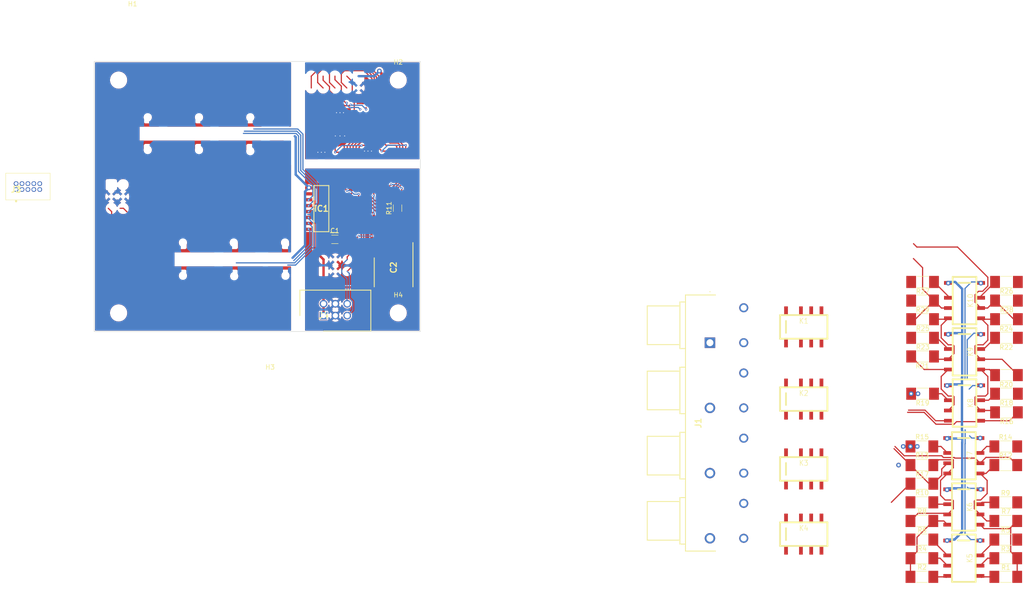
<source format=kicad_pcb>
(kicad_pcb (version 20240108) (generator "pcbnew") (generator_version "8.0")
  (title_block (title "Relaixed Passive with Control") (date "2016-09-01") (rev "2") (company "Jos van Eijndhoven") (comment 1 "Copyright 2016"))
  (layers (0 "F.Cu" signal "Voorkant") (31 "B.Cu" signal "Achter") (35 "F.Paste" user) (36 "B.SilkS" user "B.Silkscreen") (37 "F.SilkS" user "F.Silkscreen") (38 "B.Mask" user) (39 "F.Mask" user) (44 "Edge.Cuts" user))
  (net 0 "")
  (net 1 "+5V")
  (net 2 "AGND")
  (net 3 "r0")
  (net 4 "r1")
  (net 5 "r2")
  (net 6 "r3")
  (net 7 "r4")
  (net 8 "r5")
  (net 9 "unconnected-(IC1-6B-Pad6)")
  (net 10 "unconnected-(IC1-1B-Pad1)")
  (net 11 "outR")
  (net 12 "unconnected-(IC1-3B-Pad3)")
  (net 13 "unconnected-(IC1-4B-Pad4)")
  (net 14 "inL")
  (net 15 "unconnected-(IC1-2B-Pad2)")
  (net 16 "unconnected-(IC1-5B-Pad5)")
  (net 29 "Net-(K5-Pad3)")
  (net 30 "Net-(K5-Pad6)")
  (net 31 "Net-(K5-Pad2)")
  (net 32 "Net-(K5-Pad7)")
  (net 33 "outL")
  (net 34 "Net-(K6-Pad2)")
  (net 35 "Net-(K6-Pad7)")
  (net 36 "inR")
  (net 37 "SCL")
  (net 38 "GNDD")
  (net 39 "SDA")
  (net 84 "Net-(K6-Pad6)")
  (net 85 "Net-(K6-Pad5)")
  (net 86 "Net-(K6-Pad4)")
  (net 87 "Net-(K6-Pad3)")
  (net 88 "Net-(K7-Pad7)")
  (net 89 "Net-(K7-Pad3)")
  (net 90 "Net-(K7-Pad2)")
  (net 91 "Net-(K7-Pad6)")
  (net 92 "Net-(K8-Pad6)")
  (net 93 "Net-(K8-Pad7)")
  (net 94 "Net-(K8-Pad3)")
  (net 95 "Net-(K8-Pad2)")
  (net 96 "Net-(K10-Pad5)")
  (net 97 "Net-(K9-Pad2)")
  (net 98 "Net-(K9-Pad7)")
  (net 99 "Net-(K10-Pad4)")
  (net 100 "Net-(K10-Pad7)")
  (net 101 "Net-(K10-Pad2)")
  (net 102 "unconnected-(R11-Pad1)")
  (footprint "Resistor_SMD:R_1206_3216Metric" (layer "F.Cu") (at 99.85 57.5 90)
    (property "Reference" "R11")
    (property "Value" "4.7k")
  )
  (footprint "Resistor_SMD:R_MELF_MMB-0207" (layer "F.Cu") (at 212.351 128.67464)
    (property "Reference" "R6")
    (property "Value" "220k")
  )
  (footprint "MountingHole:MountingHole_3.2mm_M3_ISO7380" (layer "F.Cu") (at 100 30)
    (property "Reference" "H2")
    (property "Value" "MountingHole")
  )
  (footprint "Resistor_SMD:R_MELF_MMB-0207" (layer "F.Cu") (at 212.351 116.67464)
    (property "Reference" "R17")
    (property "Value" "15k")
  )
  (footprint "RlxPassiveFootprints:G6K-2F-Y" (layer "F.Cu") (at 221.351 110.67464 -90)
    (property "Reference" "K7")
    (property "Value" "RELAY_G6K" (hide yes))
  )
  (footprint "MountingHole:MountingHole_3.2mm_M3_ISO7380" (layer "F.Cu") (at 72.5 95.5)
    (property "Reference" "H3")
    (property "Value" "MountingHole")
  )
  (footprint "Resistor_SMD:R_MELF_MMB-0207" (layer "F.Cu") (at 230.5 85.35014 180)
    (property "Reference" "R22")
    (property "Value" "5k6")
  )
  (footprint "Samacsys:PJRAS4X2U01AUX" (layer "F.Cu") (at 166.876552 86.39703 -90)
    (property "Reference" "J1")
    (property "Value" "PJRAS4X2U01AUX" (hide yes))
  )
  (footprint "Resistor_SMD:R_MELF_MMB-0207" (layer "F.Cu") (at 230.351 132.67464 180)
    (property "Reference" "R3")
    (property "Value" "0R")
  )
  (footprint "RlxPassiveFootprints:G6K-2F-Y" (layer "F.Cu") (at 221.351 121.67464 -90)
    (property "Reference" "K6")
    (property "Value" "RELAY_G6K" (hide yes))
  )
  (footprint "Samacsys:TFM-105-XX-YYY-D" (layer "F.Cu") (at 18 53.5)
    (property "Reference" "J3")
    (property "Value" "TFM-105-01-F-D" (hide yes))
  )
  (footprint "Resistor_SMD:R_MELF_MMB-0207" (layer "F.Cu") (at 230.351 128.67464 180)
    (property "Reference" "R5")
    (property "Value" "220k")
  )
  (footprint "Resistor_SMD:R_MELF_MMB-0207" (layer "F.Cu") (at 230.5 97.35014 180)
    (property "Reference" "R18")
    (property "Value" "18k")
  )
  (footprint "Resistor_SMD:R_MELF_MMB-0207" (layer "F.Cu") (at 212.351 120.67464)
    (property "Reference" "R10")
    (property "Value" "100k")
  )
  (footprint "RlxPassiveFootprints:G6K-2F-Y" (layer "F.Cu") (at 221.5 99.35014 -90)
    (property "Reference" "K8")
    (property "Value" "RELAY_G6K" (hide yes))
  )
  (footprint "Resistor_SMD:R_MELF_MMB-0207" (layer "F.Cu") (at 230.351 108.67464 180)
    (property "Reference" "R14")
    (property "Value" "47k")
  )
  (footprint "Resistor_SMD:R_MELF_MMB-0207" (layer "F.Cu") (at 212.351 112.67464)
    (property "Reference" "R13")
    (property "Value" "10k")
  )
  (footprint "Capacitor_SMD:C_1206_3216Metric" (layer "F.Cu") (at 86.4 64.2)
    (property "Reference" "C1")
    (property "Value" ".1uf")
  )
  (footprint "RlxPassiveFootprints:G6K-2F-Y" (layer "F.Cu") (at 221.5 77.35014 -90)
    (property "Reference" "K10")
    (property "Value" "RELAY_G6K" (hide yes))
  )
  (footprint "Samacsys:SOIC127P600X175-16N" (layer "F.Cu") (at 83.5 57.6 180)
    (property "Reference" "IC1")
    (property "Value" "ULN2003ADR" (hide yes))
  )
  (footprint "Resistor_SMD:R_MELF_MMB-0207" (layer "F.Cu") (at 230.5 81.35014 180)
    (property "Reference" "R24")
    (property "Value" "27k")
  )
  (footprint "Resistor_SMD:R_MELF_MMB-0207" (layer "F.Cu") (at 212.351 136.67464)
    (property "Reference" "R2")
    (property "Value" "2k7")
  )
  (footprint "Resistor_SMD:R_MELF_MMB-0207" (layer "F.Cu") (at 212.5 85.35014)
    (property "Reference" "R23")
    (property "Value" "5k6")
  )
  (footprint "RlxPassiveFootprints:G6K-2F-Y" (layer "F.Cu") (at 187 113.5)
    (property "Reference" "K3")
    (property "Value" "RELAY_G6K" (hide yes))
  )
  (footprint "Samacsys:CAPAE830X1050N" (layer "F.Cu") (at 99 70.25 -90)
    (property "Reference" "C2")
    (property "Value" "UUD1V101MNL1GS" (hide yes))
  )
  (footprint "Resistor_SMD:R_MELF_MMB-0207" (layer "F.Cu") (at 230.5 101.35014)
    (property "Reference" "R16")
    (property "Value" "15k")
  )
  (footprint "Resistor_SMD:R_MELF_MMB-0207" (layer "F.Cu") (at 230.351 136.67464 180)
    (property "Reference" "R1")
    (property "Value" "2k7")
  )
  (footprint "RlxPassiveFootprints:G6K-2F-Y" (layer "F.Cu") (at 187 83)
    (property "Reference" "K1")
    (property "Value" "RELAY_G6K" (hide yes))
  )
  (footprint "Resistor_SMD:R_MELF_MMB-0207" (layer "F.Cu") (at 212.5 81.35014)
    (property "Reference" "R25")
    (property "Value" "27k")
  )
  (footprint "Resistor_SMD:R_MELF_MMB-0207" (layer "F.Cu") (at 212.5 89.35014 180)
    (property "Reference" "R21")
    (property "Value" "22k")
  )
  (footprint "Samacsys:SHDR6W64P254_2X3_1522X880X920P" (layer "F.Cu") (at 83.97 80.57)
    (property "Reference" "J4")
    (property "Value" "BHR-06-VUA" (hide yes))
  )
  (footprint "Resistor_SMD:R_MELF_MMB-0207" (layer "F.Cu") (at 212.5 77.35014 180)
    (property "Reference" "R29")
    (property "Value" "27k")
  )
  (footprint "Resistor_SMD:R_MELF_MMB-0207" (layer "F.Cu") (at 230.351 124.67464)
    (property "Reference" "R7")
    (property "Value" "5k6")
  )
  (footprint "Resistor_SMD:R_MELF_MMB-0207" (layer "F.Cu") (at 230.5 93.35014 180)
    (property "Reference" "R20")
    (property "Value" "22k")
  )
  (footprint "Resistor_SMD:R_MELF_MMB-0207" (layer "F.Cu") (at 230.5 73.35014 180)
    (property "Reference" "R26")
    (property "Value" "820R")
  )
  (footprint "Resistor_SMD:R_MELF_MMB-0207" (layer "F.Cu") (at 230.351 120.67464 180)
    (property "Reference" "R9")
    (property "Value" "100k")
  )
  (footprint "RlxPassiveFootprints:G6K-2F-Y" (layer "F.Cu") (at 221.5 88.35014 -90)
    (property "Reference" "K9")
    (property "Value" "RELAY_G6K" (hide yes))
  )
  (footprint "RlxPassiveFootprints:G6K-2F-Y" (layer "F.Cu") (at 187 127.5)
    (property "Reference" "K4")
    (property "Value" "RELAY_G6K" (hide yes))
  )
  (footprint "Resistor_SMD:R_MELF_MMB-0207" (layer "F.Cu") (at 230.351 112.67464 180)
    (property "Reference" "R12")
    (property "Value" "10k")
  )
  (footprint "Resistor_SMD:R_MELF_MMB-0207" (layer "F.Cu") (at 212.5 73.35014)
    (property "Reference" "R27")
    (property "Value" "820R")
  )
  (footprint "RlxPassiveFootprints:G6K-2F-Y" (layer "F.Cu") (at 187 98.5)
    (property "Reference" "K2")
    (property "Value" "RELAY_G6K" (hide yes))
  )
  (footprint "RlxPassiveFootprints:G6K-2F-Y" (layer "F.Cu") (at 221.351 132.67464 -90)
    (property "Reference" "K5")
    (property "Value" "RELAY_G6K" (hide yes))
  )
  (footprint "Resistor_SMD:R_MELF_MMB-0207" (layer "F.Cu") (at 212.351 124.67464)
    (property "Reference" "R8")
    (property "Value" "5k6")
  )
  (footprint "Resistor_SMD:R_MELF_MMB-0207" (layer "F.Cu") (at 212.351 132.67464)
    (property "Reference" "R4")
    (property "Value" "0R")
  )
  (footprint "Resistor_SMD:R_MELF_MMB-0207" (layer "F.Cu") (at 212.5 97.35014)
    (property "Reference" "R19")
    (property "Value" "18k")
  )
  (footprint "MountingHole:MountingHole_3.2mm_M3_ISO7380" (layer "F.Cu") (at 100 80)
    (property "Reference" "H4")
    (property "Value" "MountingHole")
  )
  (footprint "Resistor_SMD:R_MELF_MMB-0207" (layer "F.Cu") (at 212.351 108.67464)
    (property "Reference" "R15")
    (property "Value" "47k")
  )
  (footprint "MountingHole:MountingHole_3.2mm_M3_ISO7380" (layer "F.Cu") (at 43 17.5)
    (property "Reference" "H1")
    (property "Value" "MountingHole")
  )
  (footprint "Resistor_SMD:R_MELF_MMB-0207" (layer "F.Cu") (at 230.5 77.35014)
    (property "Reference" "R28")
    (property "Value" "27k")
  )
  (gr_rect (start 34.75 26) (end 104.75 84) (stroke (width 0.1)) (fill none) (layer "Edge.Cuts"))
  (segment (start 97.15 58.825) (end 95.825 58.825) (width 0.254) (layer "F.Cu") (net 0))
  (segment (start 93.045 54.589) (end 93.045 53.860038) (width 0.254) (layer "F.Cu") (net 0))
  (segment (start 84.525 37) (end 85.899 38.374) (width 0.508) (layer "F.Cu") (net 0))
  (segment (start 99.682 50.711) (end 99.682 52.066507) (width 0.254) (layer "F.Cu") (net 0))
  (segment (start 88.412 45.289) (end 88.412 42.937) (width 0.254) (layer "F.Cu") (net 0))
  (segment (start 85.248 30.523) (end 85.248 28.252) (width 0.254) (layer "F.Cu") (net 0))
  (segment (start 90.952 45.289) (end 90.952 44.2495) (width 0.254) (layer "F.Cu") (net 0))
  (segment (start 82.708 28.669541) (end 84.342541 27.035) (width 0.254) (layer "F.Cu") (net 0))
  (segment (start 98.319 56.225) (end 98.5 56.044) (width 0.254) (layer "F.Cu") (net 0))
  (segment (start 91.432 43.7695) (end 91.571174 43.7695) (width 0.254) (layer "F.Cu") (net 0))
  (segment (start 89.048 51.857514) (end 89.048 50.711) (width 0.254) (layer "F.Cu") (net 0))
  (segment (start 100.318 45.289) (end 100.318 43.886088) (width 0.254) (layer "F.Cu") (net 0))
  (segment (start 99.682 44.271) (end 99.411 44) (width 0.254) (layer "F.Cu") (net 0))
  (segment (start 102.185993 61.464007) (end 102.15 61.5) (width 0.254) (layer "F.Cu") (net 0))
  (segment (start 92.522 42.8215) (end 93.095 42.2485) (width 0.254) (layer "F.Cu") (net 0))
  (segment (start 100.952 43.84975) (end 100.15425 43.052) (width 0.254) (layer "F.Cu") (net 0))
  (segment (start 94.365 29.676) (end 94.365 36.288) (width 0.254) (layer "F.Cu") (net 0))
  (segment (start 85.248 32.248) (end 85.248 31.405541) (width 0.254) (layer "F.Cu") (net 0))
  (segment (start 88.501487 35.501487) (end 85.248 32.248) (width 0.254) (layer "F.Cu") (net 0))
  (segment (start 95.903 54.847) (end 95.981 54.925) (width 0.254) (layer "F.Cu") (net 0))
  (segment (start 93.261014 26.561) (end 95.787 29.086986) (width 0.254) (layer "F.Cu") (net 0))
  (segment (start 89.783938 35.316674) (end 89.599125 35.501487) (width 0.254) (layer "F.Cu") (net 0))
  (segment (start 85.248 28.252) (end 85.991 27.509) (width 0.254) (layer "F.Cu") (net 0))
  (segment (start 86.475 45.5) (end 87.567 45.5) (width 0.254) (layer "F.Cu") (net 0))
  (segment (start 98.2455 46.497) (end 88.659 46.497) (width 0.254) (layer "F.Cu") (net 0))
  (segment (start 89.048 45.289) (end 89.048 44.142486) (width 0.254) (layer "F.Cu") (net 0))
  (segment (start 95.313 34.1595) (end 96.905 35.7515) (width 0.254) (layer "F.Cu") (net 0))
  (segment (start 90.132 34.253176) (end 90.555 34.676176) (width 0.254) (layer "F.Cu") (net 0))
  (segment (start 100.85 62.504) (end 100.85 61.5) (width 0.254) (layer "F.Cu") (net 0))
  (segment (start 95.228 44.003) (end 96.475 45.25) (width 0.254) (layer "F.Cu") (net 0))
  (segment (start 85.991 27.509) (end 92.868338 27.509) (width 0.254) (layer "F.Cu") (net 0))
  (segment (start 91.235662 43.2955) (end 91.374837 43.2955) (width 0.254) (layer "F.Cu") (net 0))
  (segment (start 98.519507 53.229) (end 95.706663 53.229) (width 0.254) (layer "F.Cu") (net 0))
  (segment (start 92.868338 27.509) (end 94.839 29.479662) (width 0.254) (layer "F.Cu") (net 0))
  (segment (start 89.599125 35.501487) (end 88.501487 35.501487) (width 0.254) (layer "F.Cu") (net 0))
  (segment (start 97.195007 54.925) (end 97.117007 54.847) (width 0.254) (layer "F.Cu") (net 0))
  (segment (start 88.474541 27.983) (end 92.672 27.983) (width 0.254) (layer "F.Cu") (net 0))
  (segment (start 95.635 35.151838) (end 95.635 36.288) (width 0.254) (layer "F.Cu") (net 0))
  (segment (start 100.629 62.725) (end 97.15 62.725) (width 0.254) (layer "F.Cu") (net 0))
  (segment (start 87.5 42) (end 87.475 42) (width 0.254) (layer "F.Cu") (net 0))
  (segment (start 85.899 38.374) (end 98.6295 38.374) (width 0.508) (layer "F.Cu") (net 0))
  (segment (start 87.788 30.523) (end 87.788 28.669541) (width 0.254) (layer "F.Cu") (net 0))
  (segment (start 82.708 30.523) (end 82.708 28.669541) (width 0.254) (layer "F.Cu") (net 0))
  (segment (start 87.788 33.943714) (end 87.788 31.288) (width 0.254) (layer "F.Cu") (net 0))
  (segment (start 97.3865 44) (end 95.635 42.2485) (width 0.254) (layer "F.Cu") (net 0))
  (segment (start 97.002338 35.1785) (end 97.602 35.1785) (width 0.254) (layer "F.Cu") (net 0))
  (segment (start 93.064676 27.035) (end 95.313 29.283324) (width 0.254) (layer "F.Cu") (net 0))
  (segment (start 93.095 42.2485) (end 93.095 41.712) (width 0.254) (layer "F.Cu") (net 0))
  (segment (start 91.571174 43.7695) (end 92.045174 43.2955) (width 0.254) (layer "F.Cu") (net 0))
  (segment (start 93.519 53.6637) (end 92.1363 52.281) (width 0.254) (layer "F.Cu") (net 0))
  (segment (start 91.178499 42.8215) (end 91.652499 42.3475) (width 0.254) (layer "F.Cu") (net 0))
  (segment (start 98.412 46.3305) (end 98.2455 46.497) (width 0.254) (layer "F.Cu") (net 0))
  (segment (start 91.588 45.289) (end 91.588 44.423012) (width 0.254) (layer "F.Cu") (net 0))
  (segment (start 87.788 28.669541) (end 88.474541 27.983) (width 0.254) (layer "F.Cu") (net 0))
  (segment (start 84.342541 27.035) (end 93.064676 27.035) (width 0.254) (layer "F.Cu") (net 0))
  (segment (start 90.555 36.288) (end 90.555 34.676176) (width 0.254) (layer "F.Cu") (net 0))
  (segment (start 99.957912 43.526) (end 98.219 43.526) (width 0.254) (layer "F.Cu") (net 0))
  (segment (start 91.286162 52.755) (end 90.318 51.786838) (width 0.254) (layer "F.Cu") (net 0))
  (segment (start 88.412 42.937) (end 87.5 42.025) (width 0.254) (layer "F.Cu") (net 0))
  (segment (start 90.952 51.7505) (end 90.952 50.711) (width 0.254) (layer "F.Cu") (net 0))
  (segment (start 88.412 46.25) (end 88.412 45.289) (width 0.254) (layer "F.Cu") (net 0))
  (segment (start 99.445 37.5585) (end 99.445 36.288) (width 0.508) (layer "F.Cu") (net 0))
  (segment (start 99.445 34.945) (end 99.445 36.288) (width 0.508) (layer "F.Cu") (net 0))
  (segment (start 95.787 29.086986) (end 95.787 33.963162) (width 0.254) (layer "F.Cu") (net 0))
  (segment (start 85.248 31.405541) (end 83.88 30.037541) (width 0.254) (layer "F.Cu") (net 0))
  (segment (start 91.4825 52.281) (end 90.952 51.7505) (width 0.254) (layer "F.Cu") (net 0))
  (segment (start 91.848837 42.8215) (end 92.522 42.8215) (width 0.254) (layer "F.Cu") (net 0))
  (segment (start 98.6295 38.374) (end 99.445 37.5585) (width 0.508) (layer "F.Cu") (net 0))
  (segment (start 93.095 35.8755) (end 93.095 36.288) (width 0.254) (layer "F.Cu") (net 0))
  (segment (start 83.88 30.037541) (end 83.88 29.155) (width 0.254) (layer "F.Cu") (net 0))
  (segment (start 92.045174 43.2955) (end 93.318 43.2955) (width 0.254) (layer "F.Cu") (net 0))
  (segment (start 99.682 45.289) (end 99.682 44.271) (width 0.254) (layer "F.Cu") (net 0))
  (segment (start 95.429 55.043338) (end 95.960662 55.575) (width 0.254) (layer "F.Cu") (net 0))
  (segment (start 89.682 44.178824) (end 91.039324 42.8215) (width 0.254) (layer "F.Cu") (net 0))
  (segment (start 96.001338 56.875) (end 93.519 54.392662) (width 0.254) (layer "F.Cu") (net 0))
  (segment (start 98.175 35.7515) (end 98.175 36.288) (width 0.254) (layer "F.Cu") (net 0))
  (segment (start 91.825 42.3475) (end 91.825 41.712) (width 0.254) (layer "F.Cu") (net 0))
  (segment (start 100.952 45.289) (end 100.952 43.84975) (width 0.254) (layer "F.Cu") (net 0))
  (segment (start 92.672 27.983) (end 94.365 29.676) (width 0.254) (layer "F.Cu") (net 0))
  (segment (start 92.097 54.252714) (end 91.547286 53.703) (width 0.254) (layer "F.Cu") (net 0))
  (segment (start 95.635 42.2485) (end 95.635 41.712) (width 0.254) (layer "F.Cu") (net 0))
  (segment (start 95.948927 28.051073) (end 96.388 28.490146) (width 0.508) (layer "F.Cu") (net 0))
  (segment (start 87.5 42.025) (end 87.5 42) (width 0.254) (layer "F.Cu") (net 0))
  (segment (start 96.905 35.7515) (end 96.905 36.288) (width 0.254) (layer "F.Cu") (net 0))
  (segment (start 91.374837 43.2955) (end 91.848837 42.8215) (width 0.254) (layer "F.Cu") (net 0))
  (segment (start 86.42 29.92) (end 86.42 29.155) (width 0.254) (layer "F.Cu") (net 0))
  (segment (start 88.96 31.695) (end 87.788 30.523) (width 0.254) (layer "F.Cu") (net 0))
  (segment (start 101.6 45.277) (end 101.588 45.289) (width 0.254) (layer "F.Cu") (net 0))
  (segment (start 99.411 44) (end 97.3865 44) (width 0.254) (layer "F.Cu") (net 0))
  (segment (start 91.588 44.423012) (end 91.956012 44.055) (width 0.254) (layer "F.Cu") (net 0))
  (segment (start 88.914831 34.904487) (end 88.748773 34.904487) (width 0.254) (layer "F.Cu") (net 0))
  (segment (start 95.787 33.963162) (end 97.002338 35.1785) (width 0.254) (layer "F.Cu") (net 0))
  (segment (start 97.15 58.175) (end 95.845338 58.175) (width 0.254) (layer "F.Cu") (net 0))
  (segment (start 87.475 42) (end 87.475 42) (width 0.254) (layer "F.Cu") (net 0))
  (segment (start 88.748773 34.904487) (end 87.788 33.943714) (width 0.254) (layer "F.Cu") (net 0))
  (segment (start 81.34 29.155) (end 83.934 26.561) (width 0.254) (layer "F.Cu") (net 0))
  (segment (start 89.682 45.289) (end 89.682 44.178824) (width 0.254) (layer "F.Cu") (net 0))
  (segment (start 96.388 28.490146) (end 96.388 31.888) (width 0.508) (layer "F.Cu") (net 0))
  (segment (start 87.567 45.5) (end 87.778 45.289) (width 0.254) (layer "F.Cu") (net 0))
  (segment (start 100.15425 43.052) (end 99.015 43.052) (width 0.254) (layer "F.Cu") (net 0))
  (segment (start 86.475 44.225) (end 86.475 45.5) (width 0.254) (layer "F.Cu") (net 0))
  (segment (start 90.555 42.635486) (end 90.555 41.712) (width 0.254) (layer "F.Cu") (net 0))
  (segment (start 98.5 56.044) (end 98.5 54.589183) (width 0.254) (layer "F.Cu") (net 0))
  (segment (start 94.365 42.2485) (end 94.365 41.712) (width 0.254) (layer "F.Cu") (net 0))
  (segment (start 99.015 43.052) (end 98.175 42.212) (width 0.254) (layer "F.Cu") (net 0))
  (segment (start 92.571 54.900662) (end 92.571 54.056376) (width 0.254) (layer "F.Cu") (net 0))
  (segment (start 88.96 29.155) (end 90.132 30.327) (width 0.254) (layer "F.Cu") (net 0))
  (segment (start 92.12996 44.055) (end 92.145 44.055) (width 0.254) (layer "F.Cu") (net 0))
  (segment (start 92.097 55.097) (end 92.097 54.252714) (width 0.254) (layer "F.Cu") (net 0))
  (segment (start 91.956012 44.055) (end 92.12996 44.055) (width 0.254) (layer "F.Cu") (net 0))
  (segment (start 95.706663 53.229) (end 95.429 53.506663) (width 0.254) (layer "F.Cu") (net 0))
  (segment (start 90.893486 53.703) (end 89.048 51.857514) (width 0.254) (layer "F.Cu") (net 0))
  (segment (start 98.412 45.289) (end 98.412 46.3305) (width 0.254) (layer "F.Cu") (net 0))
  (segment (start 90.952 44.2495) (end 91.432 43.7695) (width 0.254) (layer "F.Cu") (net 0))
  (segment (start 96.475 45.25) (end 97.739 45.25) (width 0.254) (layer "F.Cu") (net 0))
  (segment (start 92.145 44.055) (end 92.197 44.003) (width 0.254) (layer "F.Cu") (net 0))
  (segment (start 100.318 52.100845) (end 98.715845 53.703) (width 0.254) (layer "F.Cu") (net 0))
  (segment (start 83.934 26.561) (end 93.261014 26.561) (width 0.254) (layer "F.Cu") (net 0))
  (segment (start 90.318 44.213162) (end 91.235662 43.2955) (width 0.254) (layer "F.Cu") (net 0))
  (segment (start 95.981 57.525) (end 93.045 54.589) (width 0.254) (layer "F.Cu") (net 0))
  (segment (start 91.039324 42.8215) (end 91.178499 42.8215) (width 0.254) (layer "F.Cu") (net 0))
  (segment (start 95.903 53.703) (end 95.903 54.847) (width 0.254) (layer "F.Cu") (net 0))
  (segment (start 90.132 30.327) (end 90.132 34.253176) (width 0.254) (layer "F.Cu") (net 0))
  (segment (start 89.048 44.142486) (end 90.555 42.635486) (width 0.254) (layer "F.Cu") (net 0))
  (segment (start 97.739 45.25) (end 97.778 45.289) (width 0.254) (layer "F.Cu") (net 0))
  (segment (start 88.659 46.497) (end 88.412 46.25) (width 0.254) (layer "F.Cu") (net 0))
  (segment (start 81.34 31.695) (end 81.34 29.155) (width 0.254) (layer "F.Cu") (net 0))
  (segment (start 94.839 34.355838) (end 95.635 35.151838) (width 0.254) (layer "F.Cu") (net 0))
  (segment (start 98.219 43.526) (end 96.905 42.212) (width 0.254) (layer "F.Cu") (net 0))
  (segment (start 98.715845 53.703) (end 95.903 53.703) (width 0.254) (layer "F.Cu") (net 0))
  (segment (start 89.682 51.821176) (end 89.682 50.711) (width 0.254) (layer "F.Cu") (net 0))
  (segment (start 93.519 54.392662) (end 93.519 53.6637) (width 0.254) (layer "F.Cu") (net 0))
  (segment (start 93.318 43.2955) (end 94.365 42.2485) (width 0.254) (layer "F.Cu") (net 0))
  (segment (start 100.952 52.137183) (end 100.952 50.711) (width 0.254) (layer "F.Cu") (net 0))
  (segment (start 92.197 44.003) (end 95.228 44.003) (width 0.254) (layer "F.Cu") (net 0))
  (segment (start 91.652499 42.3475) (end 91.825 42.3475) (width 0.254) (layer "F.Cu") (net 0))
  (segment (start 90.318 51.786838) (end 90.318 50.711) (width 0.254) (layer "F.Cu") (net 0))
  (segment (start 91.547286 53.703) (end 90.893486 53.703) (width 0.254) (layer "F.Cu") (net 0))
  (segment (start 84.525 38.525) (end 84.05 39) (width 0.508) (layer "F.Cu") (net 0))
  (segment (start 100.318 43.886088) (end 99.957912 43.526) (width 0.254) (layer "F.Cu") (net 0))
  (segment (start 100.85 62.504) (end 100.629 62.725) (width 0.254) (layer "F.Cu") (net 0))
  (segment (start 97.15 56.875) (end 96.001338 56.875) (width 0.254) (layer "F.Cu") (net 0))
  (segment (start 94.839 29.479662) (end 94.839 34.355838) (width 0.254) (layer "F.Cu") (net 0))
  (segment (start 100.318 50.711) (end 100.318 52.100845) (width 0.254) (layer "F.Cu") (net 0))
  (segment (start 98.5 54.589183) (end 100.952 52.137183) (width 0.254) (layer "F.Cu") (net 0))
  (segment (start 83.88 31.695) (end 82.708 30.523) (width 0.254) (layer "F.Cu") (net 0))
  (segment (start 101.6 44) (end 101.6 45.277) (width 0.254) (layer "F.Cu") (net 0))
  (segment (start 95.313 29.283324) (end 95.313 34.1595) (width 0.254) (layer "F.Cu") (net 0))
  (segment (start 99.682 52.066507) (end 98.519507 53.229) (width 0.254) (layer "F.Cu") (net 0))
  (segment (start 84.525 42.275) (end 86.475 44.225) (width 0.254) (layer "F.Cu") (net 0))
  (segment (start 95.825 58.825) (end 92.097 55.097) (width 0.254) (layer "F.Cu") (net 0))
  (segment (start 84.525 37) (end 84.525 38.525) (width 0.508) (layer "F.Cu") (net 0))
  (segment (start 92.1363 52.281) (end 91.4825 52.281) (width 0.254) (layer "F.Cu") (net 0))
  (segment (start 93.045 53.860038) (end 91.939962 52.755) (width 0.254) (layer "F.Cu") (net 0))
  (segment (start 95.845338 58.175) (end 92.571 54.900662) (width 0.254) (layer "F.Cu") (net 0))
  (segment (start 91.743624 53.229) (end 91.089824 53.229) (width 0.254) (layer "F.Cu") (net 0))
  (segment (start 92.571 54.056376) (end 91.743624 53.229) (width 0.254) (layer "F.Cu") (net 0))
  (segment (start 97.602 35.1785) (end 98.175 35.7515) (width 0.254) (layer "F.Cu") (net 0))
  (segment (start 84.525 42) (end 84.525 42.275) (width 0.254) (layer "F.Cu") (net 0))
  (segment (start 95.981 54.925) (end 97.15 54.925) (width 0.254) (layer "F.Cu") (net 0))
  (segment (start 102.185993 58.9625) (end 102.185993 61.464007) (width 0.254) (layer "F.Cu") (net 0))
  (segment (start 91.939962 52.755) (end 91.286162 52.755) (width 0.254) (layer "F.Cu") (net 0))
  (segment (start 97.15 57.525) (end 95.981 57.525) (width 0.254) (layer "F.Cu") (net 0))
  (segment (start 81.95 39.96) (end 82.485 39.96) (width 0.254) (layer "F.Cu") (net 0))
  (segment (start 86.42 31.695) (end 85.248 30.523) (width 0.254) (layer "F.Cu") (net 0))
  (segment (start 91.089824 53.229) (end 89.682 51.821176) (width 0.254) (layer "F.Cu") (net 0))
  (segment (start 95.429 53.506663) (end 95.429 55.043338) (width 0.254) (layer "F.Cu") (net 0))
  (segment (start 97.15 56.225) (end 98.319 56.225) (width 0.254) (layer "F.Cu") (net 0))
  (segment (start 82.485 39.96) (end 84.525 42) (width 0.254) (layer "F.Cu") (net 0))
  (segment (start 96.388 31.888) (end 99.445 34.945) (width 0.508) (layer "F.Cu") (net 0))
  (segment (start 87.788 31.288) (end 86.42 29.92) (width 0.254) (layer "F.Cu") (net 0))
  (segment (start 95.960662 55.575) (end 97.15 55.575) (width 0.254) (layer "F.Cu") (net 0))
  (segment (start 90.318 45.289) (end 90.318 44.213162) (width 0.254) (layer "F.Cu") (net 0))
  (via (at 89.783938 35.316674) (size 0.5) (drill 0.2) (layers "F.Cu" "B.Cu") (net 0))
  (via (at 87.5 37) (size 0.5) (drill 0.2) (layers "F.Cu" "B.Cu") (net 0))
  (via (at 82.75 45.5) (size 0.5) (drill 0.2) (layers "F.Cu" "B.Cu") (net 0))
  (via (at 101.6 44) (size 0.5) (drill 0.2) (layers "F.Cu" "B.Cu") (net 0))
  (via (at 93.5 45.25) (size 0.5) (drill 0.2) (layers "F.Cu" "B.Cu") (net 0))
  (via (at 91.825 36.288) (size 0.5) (drill 0.2) (layers "F.Cu" "B.Cu") (net 0))
  (via (at 88.25 37) (size 0.5) (drill 0.2) (layers "F.Cu" "B.Cu") (net 0))
  (via (at 88.5 42) (size 0.5) (drill 0.2) (layers "F.Cu" "B.Cu") (net 0))
  (via (at 86.5 42) (size 0.5) (drill 0.2) (layers "F.Cu" "B.Cu") (net 0))
  (via (at 93.095 36.288) (size 0.5) (drill 0.2) (layers "F.Cu" "B.Cu") (net 0))
  (via (at 86.75 37) (size 0.5) (drill 0.2) (layers "F.Cu" "B.Cu") (net 0))
  (via (at 83.5 45.5) (size 0.5) (drill 0.2) (layers "F.Cu" "B.Cu") (net 0))
  (via (at 94.25 45.25) (size 0.5) (drill 0.2) (layers "F.Cu" "B.Cu") (net 0))
  (via (at 96.475 45.25) (size 0.5) (drill 0.2) (layers "F.Cu" "B.Cu") (net 0))
  (via (at 84.25 45.5) (size 0.5) (drill 0.2) (layers "F.Cu" "B.Cu") (net 0))
  (via (at 88.914831 34.904487) (size 0.5) (drill 0.2) (layers "F.Cu" "B.Cu") (net 0))
  (via (at 92.12996 44.055) (size 0.5) (drill 0.2) (layers "F.Cu" "B.Cu") (net 0))
  (via (at 87.5 42) (size 0.5) (drill 0.2) (layers "F.Cu" "B.Cu") (net 0))
  (via (at 95.948927 28.051073) (size 1) (drill 0.5) (layers "F.Cu" "B.Cu") (net 0))
  (via (at 92.75 45.25) (size 0.5) (drill 0.2) (layers "F.Cu" "B.Cu") (net 0))
  (via (at 86.475 45.5) (size 0.5) (drill 0.2) (layers "F.Cu" "B.Cu") (net 0))
  (segment (start 94.845 29.155) (end 91.5 29.155) (width 0.508) (layer "B.Cu") (net 0))
  (segment (start 88.914831 35.291853) (end 89.536652 35.913674) (width 0.254) (layer "B.Cu") (net 0))
  (segment (start 90.031224 35.913674) (end 90.067898 35.877) (width 0.254) (layer "B.Cu") (net 0))
  (segment (start 92.12996 44.055) (end 87.92 44.055) (width 0.254) (layer "B.Cu") (net 0))
  (segment (start 88.914831 34.904487) (end 88.914831 35.291853) (width 0.254) (layer "B.Cu") (net 0))
  (segment (start 91.414 35.877) (end 91.825 36.288) (width 0.254) (layer "B.Cu") (net 0))
  (segment (start 89.870264 35.403) (end 92.21 35.403) (width 0.254) (layer "B.Cu") (net 0))
  (segment (start 89.783938 35.316674) (end 89.870264 35.403) (width 0.254) (layer "B.Cu") (net 0))
  (segment (start 97.725 44) (end 96.475 45.25) (width 0.254) (layer "B.Cu") (net 0))
  (segment (start 92.21 35.403) (end 93.095 36.288) (width 0.254) (layer "B.Cu") (net 0))
  (segment (start 87.92 44.055) (end 86.475 45.5) (width 0.254) (layer "B.Cu") (net 0))
  (segment (start 89.536652 35.913674) (end 90.031224 35.913674) (width 0.254) (layer "B.Cu") (net 0))
  (segment (start 95.948927 28.051073) (end 94.845 29.155) (width 0.508) (layer "B.Cu") (net 0))
  (segment (start 101.6 44) (end 97.725 44) (width 0.254) (layer "B.Cu") (net 0))
  (segment (start 90.067898 35.877) (end 91.414 35.877) (width 0.254) (layer "B.Cu") (net 0))
  (segment (start 94.25 61) (end 94.75 60.5) (width 0.508) (layer "F.Cu") (net 1))
  (segment (start 86.514 50.711) (end 86.475 50.75) (width 0.254) (layer "F.Cu") (net 1))
  (segment (start 89 53.75) (end 86.475 51.225) (width 0.254) (layer "F.Cu") (net 1))
  (segment (start 83.97 68.53) (end 82.0245 66.5845) (width 0.508) (layer "F.Cu") (net 1))
  (segment (start 96.475 50.75) (end 97.739 50.75) (width 0.254) (layer "F.Cu") (net 1))
  (segment (start 82.0245 53.601) (end 81.5785 53.155) (width 0.508) (layer "F.Cu") (net 1))
  (segment (start 101 54.8875) (end 100.75 54.6375) (width 0.254) (layer "F.Cu") (net 1))
  (segment (start 94.25 63.5) (end 94.25 63.75) (width 0.508) (layer "F.Cu") (net 1))
  (segment (start 82.0245 66.5845) (end 82.0245 53.601) (width 0.508) (layer "F.Cu") (net 1))
  (segment (start 96.5 52.75) (end 98.154221 52.75) (width 0.254) (layer "F.Cu") (net 1))
  (segment (start 97.4 66.9) (end 99 66.9) (width 0.508) (layer "F.Cu") (net 1))
  (segment (start 87.875 61.995338) (end 87.875 64.2) (width 0.254) (layer "F.Cu") (net 1))
  (segment (start 88.881 59.475) (end 88.7 59.656) (width 0.254) (layer "F.Cu") (net 1))
  (segment (start 99.533007 56.225) (end 99.842007 55.916) (width 0.254) (layer "F.Cu") (net 1))
  (segment (start 90.8 64.2) (end 87.875 64.2) (width 0.254) (layer "F.Cu") (net 1))
  (segment (start 101 56.0375) (end 101 54.8875) (width 0.254) (layer "F.Cu") (net 1))
  (segment (start 100.75 54.6375) (end 100.75 53.25) (width 0.254) (layer "F.Cu") (net 1))
  (segment (start 96.475 50.75) (end 96.475 52.525) (width 0.254) (layer "F.Cu") (net 1))
  (segment (start 94.25 63.75) (end 97.4 66.9) (width 0.508) (layer "F.Cu") (net 1))
  (segment (start 95.515325 52.75) (end 96.25 52.75) (width 0.254) (layer "F.Cu") (net 1))
  (segment (start 97.739 50.75) (end 97.778 50.711) (width 0.254) (layer "F.Cu") (net 1))
  (segment (start 96.475 52.525) (end 96.25 52.75) (width 0.254) (layer "F.Cu") (net 1))
  (segment (start 87.778 50.711) (end 86.514 50.711) (width 0.254) (layer "F.Cu") (net 1))
  (segment (start 83.97 74.5) (end 83.97 80.57) (width 0.508) (layer "F.Cu") (net 1))
  (segment (start 99.85 56.0375) (end 101 56.0375) (width 0.254) (layer "F.Cu") (net 1))
  (segment (start 83.97 74.5) (end 91.4 74.5) (width 0.508) (layer "F.Cu") (net 1))
  (segment (start 80.788 53.155) (end 80.827732 53.115268) (width 0.508) (layer "F.Cu") (net 1))
  (segment (start 91.5 63.5) (end 90.8 64.2) (width 0.254) (layer "F.Cu") (net 1))
  (segment (start 81.5785 53.155) (end 80.788 53.155) (width 0.508) (layer "F.Cu") (net 1))
  (segment (start 94.75 60.5) (end 94.75 58.75) (width 0.508) (layer "F.Cu") (net 1))
  (segment (start 99 66.9) (end 99 65.900058) (width 0.508) (layer "F.Cu") (net 1))
  (segment (start 94.25 63.5) (end 94.25 61) (width 0.508) (layer "F.Cu") (net 1))
  (segment (start 90.05 59.475) (end 88.881 59.475) (width 0.254) (layer "F.Cu") (net 1))
  (segment (start 91.4 74.5) (end 99 66.9) (width 0.508) (layer "F.Cu") (net 1))
  (segment (start 91.5 54.5) (end 91.5 55.5) (width 0.254) (layer "F.Cu") (net 1))
  (segment (start 94.75 53.515325) (end 95.515325 52.75) (width 0.254) (layer "F.Cu") (net 1))
  (segment (start 88.7 59.656) (end 88.7 61.170338) (width 0.254) (layer "F.Cu") (net 1))
  (segment (start 94.75 54.75) (end 94.75 53.515325) (width 0.254) (layer "F.Cu") (net 1))
  (segment (start 98.154221 52.75) (end 98.452111 52.45211) (width 0.254) (layer "F.Cu") (net 1))
  (segment (start 88.7 61.170338) (end 87.875 61.995338) (width 0.254) (layer "F.Cu") (net 1))
  (segment (start 91.5 55.5) (end 94.75 58.75) (width 0.254) (layer "F.Cu") (net 1))
  (segment (start 96.25 52.75) (end 96.45 52.75) (width 0.254) (layer "F.Cu") (net 1))
  (segment (start 86.475 51.225) (end 86.475 50.75) (width 0.254) (layer "F.Cu") (net 1))
  (segment (start 83.97 68.53) (end 83.97 74.5) (width 0.508) (layer "F.Cu") (net 1))
  (segment (start 101 56.0375) (end 102.185993 56.0375) (width 0.254) (layer "F.Cu") (net 1))
  (via (at 80.827732 53.115268) (size 1) (drill 0.5) (layers "F.Cu" "B.Cu") (net 1))
  (via (at 217.751 117.97464) (size 1) (drill 0.5) (layers "F.Cu" "B.Cu") (net 1))
  (via (at 217.75 95.60014) (size 1) (drill 0.5) (layers "F.Cu" "B.Cu") (net 1))
  (via (at 100.75 53.25) (size 0.5) (drill 0.2) (layers "F.Cu" "B.Cu") (net 1))
  (via (at 98.452111 52.45211) (size 0.5) (drill 0.2) (layers "F.Cu" "B.Cu") (net 1))
  (via (at 218 84.60014) (size 1) (drill 0.5) (layers "F.Cu" "B.Cu") (net 1))
  (via (at 91.5 63.5) (size 0.5) (drill 0.2) (layers "F.Cu" "B.Cu") (net 1))
  (via (at 89 53.75) (size 0.5) (drill 0.2) (layers "F.Cu" "B.Cu") (net 1))
  (via (at 218 73.60014) (size 1) (drill 0.5) (layers "F.Cu" "B.Cu") (net 1))
  (via (at 217.751 128.87464) (size 1) (drill 0.5) (layers "F.Cu" "B.Cu") (net 1))
  (via (at 94.75 54.75) (size 0.5) (drill 0.2) (layers "F.Cu" "B.Cu") (net 1))
  (via (at 94.25 63.5) (size 0.5) (drill 0.2) (layers "F.Cu" "B.Cu") (net 1))
  (via (at 94.75 58.75) (size 0.5) (drill 0.2) (layers "F.Cu" "B.Cu") (net 1))
  (via (at 91.5 54.5) (size 0.5) (drill 0.2) (layers "F.Cu" "B.Cu") (net 1))
  (via (at 217.751 106.97464) (size 1) (drill 0.5) (layers "F.Cu" "B.Cu") (net 1))
  (via (at 80.827732 53.115268) (size 1) (drill 0.5) (layers "F.Cu" "B.Cu") (net 1))
  (segment (start 217.95004 84.60014) (end 217.99988 84.5503) (width 0.508) (layer "B.Cu") (net 1))
  (segment (start 217.85104 128.87464) (end 217.751 128.87464) (width 0.508) (layer "B.Cu") (net 1))
  (segment (start 218 73.55018) (end 218 73.60014) (width 0.508) (layer "B.Cu") (net 1))
  (segment (start 217.751 106.97468) (end 217.85088 106.8748) (width 0.508) (layer "B.Cu") (net 1))
  (segment (start 221.026 107.821249) (end 221 107.847249) (width 0.508) (layer "B.Cu") (net 1))
  (segment (start 80 65.5) (end 77.325 68.175) (width 0.508) (layer "B.Cu") (net 1))
  (segment (start 218 84.55018) (end 218 84.60014) (width 0.508) (layer "B.Cu") (net 1))
  (segment (start 218.05104 106.67464) (end 217.75104 106.97464) (width 0.508) (layer "B.Cu") (net 1))
  (segment (start 217.75104 106.97464) (end 217.751 106.97464) (width 0.508) (layer "B.Cu") (net 1))
  (segment (start 217.75104 117.97464) (end 217.751 117.97464) (width 0.508) (layer "B.Cu") (net 1))
  (segment (start 217.99988 95.5503) (end 217.95004 95.60014) (width 0.508) (layer "B.Cu") (net 1))
  (segment (start 221.026 105.34964) (end 221.026 107.02164) (width 0.508) (layer "B.Cu") (net 1))
  (segment (start 218.20004 95.35014) (end 220.828 95.35014) (width 0.508) (layer "B.Cu") (net 1))
  (segment (start 218.05104 128.67464) (end 217.85104 128.87464) (width 0.508) (layer "B.Cu") (net 1))
  (segment (start 94.25 63.5) (end 91.5 63.5) (width 0.254) (layer "B.Cu") (net 1))
  (segment (start 218.05104 117.67464) (end 217.75104 117.97464) (width 0.508) (layer "B.Cu") (net 1))
  (segment (start 221 127.02564) (end 219.351 128.67464) (width 0.508) (layer "B.Cu") (net 1))
  (segment (start 220.951 93.877646) (end 220.951 95.22714) (width 0.508) (layer "B.Cu") (net 1))
  (segment (start 217.75 95.60014) (end 217.75 95.80018) (width 0.508) (layer "B.Cu") (net 1))
  (segment (start 91.5 54.5) (end 90.5 54.5) (width 0.254) (layer "B.Cu") (net 1))
  (segment (start 220.951 95.47314) (end 220.828 95.35014) (width 0.508) (layer "B.Cu") (net 1))
  (segment (start 218.20004 84.35014) (end 218 84.55018) (width 0.508) (layer "B.Cu") (net 1))
  (segment (start 220.951 105.14914) (end 220.951 95.47314) (width 0.508) (layer "B.Cu") (net 1))
  (segment (start 99.95211 52.45211) (end 100.75 53.25) (width 0.254) (layer "B.Cu") (net 1))
  (segment (start 219.351 128.67464) (end 218.05104 128.67464) (width 0.508) (layer "B.Cu") (net 1))
  (segment (start 80.827732 53.115268) (end 80 53.943) (width 0.508) (layer "B.Cu") (net 1))
  (segment (start 220.979 106.97464) (end 221.026 107.02164) (width 0.508) (layer "B.Cu") (net 1))
  (segment (start 217.75 95.80018) (end 218.20004 95.35014) (width 0.508) (layer "B.Cu") (net 1))
  (segment (start 221 84.35014) (end 219.5 84.35014) (width 0.508) (layer "B.Cu") (net 1))
  (segment (start 218 84.60014) (end 217.95004 84.60014) (width 0.508) (layer "B.Cu") (net 1))
  (segment (start 218 73.60014) (end 217.95004 73.60014) (width 0.508) (layer "B.Cu") (net 1))
  (segment (start 217.751 106.97464) (end 220.979 106.97464) (width 0.508) (layer "B.Cu") (net 1))
  (segment (start 221 84.35014) (end 221 93.828646) (width 0.508) (layer "B.Cu") (net 1))
  (segment (start 221 107.847249) (end 221 117.67464) (width 0.508) (layer "B.Cu") (net 1))
  (segment (start 218.20004 73.35014) (end 218 73.55018) (width 0.508) (layer "B.Cu") (net 1))
  (segment (start 221 93.828646) (end 220.951 93.877646) (width 0.508) (layer "B.Cu") (net 1))
  (segment (start 221 117.67464) (end 219.351 117.67464) (width 0.508) (layer "B.Cu") (net 1))
  (segment (start 78 42.25) (end 77.799 42.049) (width 0.508) (layer "B.Cu") (net 1))
  (segment (start 217.95004 73.60014) (end 217.99988 73.5503) (width 0.508) (layer "B.Cu") (net 1))
  (segment (start 221 117.67464) (end 221 127.02564) (width 0.508) (layer "B.Cu") (net 1))
  (segment (start 89.75 53.75) (end 89 53.75) (width 0.254) (layer "B.Cu") (net 1))
  (segment (start 221 74.85014) (end 221 84.35014) (width 0.508) (layer "B.Cu") (net 1))
  (segment (start 217.95004 95.60014) (end 217.75 95.60014) (width 0.508) (layer "B.Cu") (net 1))
  (segment (start 219.5 84.35014) (end 218.20004 84.35014) (width 0.508) (layer "B.Cu") (net 1))
  (segment (start 80.827732 53.115268) (end 78 50.287536) (width 0.508) (layer "B.Cu") (net 1))
  (segment (start 78 50.287536) (end 78 42.25) (width 0.508) (layer "B.Cu") (net 1))
  (segment (start 217.751 117.97468) (end 217.85088 117.8748) (width 0.508) (layer "B.Cu") (net 1))
  (segment (start 220.951 95.22714) (end 220.828 95.35014) (width 0.508) (layer "B.Cu") (net 1))
  (segment (start 94.75 54.75) (end 94.75 58.75) (width 0.254) (layer "B.Cu") (net 1))
  (segment (start 219.5 73.35014) (end 218.20004 73.35014) (width 0.508) (layer "B.Cu") (net 1))
  (segment (start 98.452111 52.45211) (end 99.95211 52.45211) (width 0.254) (layer "B.Cu") (net 1))
  (segment (start 90.5 54.5) (end 89.75 53.75) (width 0.254) (layer "B.Cu") (net 1))
  (segment (start 221.026 107.02164) (end 221.026 107.821249) (width 0.508) (layer "B.Cu") (net 1))
  (segment (start 217.751 106.97464) (end 217.751 106.97468) (width 0.508) (layer "B.Cu") (net 1))
  (segment (start 217.751 117.97464) (end 217.751 117.97468) (width 0.508) (layer "B.Cu") (net 1))
  (segment (start 219.351 117.67464) (end 218.05104 117.67464) (width 0.508) (layer "B.Cu") (net 1))
  (segment (start 80 53.943) (end 80 65.5) (width 0.508) (layer "B.Cu") (net 1))
  (segment (start 217.751 128.97468) (end 217.85088 128.8748) (width 0.508) (layer "B.Cu") (net 1))
  (segment (start 219.5 73.35014) (end 221 74.85014) (width 0.508) (layer "B.Cu") (net 1))
  (segment (start 217.751 128.87464) (end 217.751 128.97468) (width 0.508) (layer "B.Cu") (net 1))
  (via (at 210.05 97.35014) (size 1) (drill 0.5) (layers "F.Cu" "B.Cu") (net 2))
  (via (at 207.351 112.67464) (size 1) (drill 0.5) (layers "F.Cu" "B.Cu") (net 2))
  (via (at 209.901 108.67464) (size 1) (drill 0.5) (layers "F.Cu" "B.Cu") (net 2))
  (via (at 208.351 108.67464) (size 1) (drill 0.5) (layers "F.Cu" "B.Cu") (net 2))
  (via (at 211.5 97.35014) (size 1) (drill 0.5) (layers "F.Cu" "B.Cu") (net 2))
  (via (at 211.351 108.67464) (size 1) (drill 0.5) (layers "F.Cu" "B.Cu") (net 2))
  (via (at 224.851 128.87464) (size 1) (drill 0.5) (layers "F.Cu" "B.Cu") (net 3))
  (via (at 80.75 62) (size 0.5) (drill 0.2) (layers "F.Cu" "B.Cu") (net 3))
  (segment (start 221.601 108.096191) (end 221.627 108.070191) (width 0.254) (layer "B.Cu") (net 3))
  (segment (start 221.601 127.42464) (end 221.601 108.096191) (width 0.254) (layer "B.Cu") (net 3))
  (segment (start 224.65096 128.67464) (end 222.851 128.67464) (width 0.254) (layer "B.Cu") (net 3))
  (segment (start 77.573942 68.776) (end 81.052 65.297942) (width 0.254) (layer "B.Cu") (net 3))
  (segment (start 222.851 128.67464) (end 221.601 127.42464) (width 0.254) (layer "B.Cu") (net 3))
  (segment (start 221.627 108.070191) (end 221.627 105.100698) (width 0.254) (layer "B.Cu") (net 3))
  (segment (start 224.85096 128.87464) (end 224.65096 128.67464) (width 0.254) (layer "B.Cu") (net 3))
  (segment (start 81.052 65.297942) (end 81.052 62.302) (width 0.254) (layer "B.Cu") (net 3))
  (segment (start 224.851 128.87464) (end 224.85096 128.87464) (width 0.254) (layer "B.Cu") (net 3))
  (segment (start 224.851 128.87464) (end 224.851 128.87468) (width 0.254) (layer "B.Cu") (net 3))
  (segment (start 224.851 128.87468) (end 224.85112 128.8748) (width 0.254) (layer "B.Cu") (net 3))
  (segment (start 81.052 62.302) (end 80.75 62) (width 0.254) (layer "B.Cu") (net 3))
  (via (at 80.75 60.75) (size 0.5) (drill 0.2) (layers "F.Cu" "B.Cu") (net 4))
  (via (at 224.951 117.87464) (size 1) (drill 0.5) (layers "F.Cu" "B.Cu") (net 4))
  (segment (start 224.951 117.97468) (end 224.85112 117.8748) (width 0.254) (layer "B.Cu") (net 4))
  (segment (start 65.25 69.25) (end 77.77028 69.25) (width 0.254) (layer "B.Cu") (net 4))
  (segment (start 224.951 117.87464) (end 224.85096 117.87464) (width 0.254) (layer "B.Cu") (net 4))
  (segment (start 222.351 117.67464) (end 222.101 117.42464) (width 0.254) (layer "B.Cu") (net 4))
  (segment (start 77.77028 69.25) (end 81.526 65.49428) (width 0.254) (layer "B.Cu") (net 4))
  (segment (start 224.85096 117.87464) (end 224.65096 117.67464) (width 0.254) (layer "B.Cu") (net 4))
  (segment (start 81.526 61.526) (end 80.75 60.75) (width 0.254) (layer "B.Cu") (net 4))
  (segment (start 224.951 117.87464) (end 224.951 117.97468) (width 0.254) (layer "B.Cu") (net 4))
  (segment (start 224.65096 117.67464) (end 222.351 117.67464) (width 0.254) (layer "B.Cu") (net 4))
  (segment (start 81.526 65.49428) (end 81.526 61.526) (width 0.254) (layer "B.Cu") (net 4))
  (via (at 224.851 106.87464) (size 1) (drill 0.5) (layers "F.Cu" "B.Cu") (net 5))
  (via (at 80.75 59.5) (size 0.5) (drill 0.2) (layers "F.Cu" "B.Cu") (net 5))
  (segment (start 223.051 106.87464) (end 224.851 106.87464) (width 0.254) (layer "B.Cu") (net 5))
  (segment (start 224.851 106.87464) (end 224.851 106.87468) (width 0.254) (layer "B.Cu") (net 5))
  (segment (start 80.75 59.75) (end 82 61) (width 0.254) (layer "B.Cu") (net 5))
  (segment (start 222.575 106.39864) (end 223.051 106.87464) (width 0.254) (layer "B.Cu") (net 5))
  (segment (start 224.851 106.87468) (end 224.85112 106.8748) (width 0.254) (layer "B.Cu") (net 5))
  (segment (start 80.75 59.5) (end 80.75 59.75) (width 0.254) (layer "B.Cu") (net 5))
  (segment (start 77.966618 69.724) (end 76.276 69.724) (width 0.254) (layer "B.Cu") (net 5))
  (segment (start 82 65.690618) (end 77.966618 69.724) (width 0.254) (layer "B.Cu") (net 5))
  (segment (start 82 61) (end 82 65.690618) (width 0.254) (layer "B.Cu") (net 5))
  (via (at 225 95.60014) (size 1) (drill 0.5) (layers "F.Cu" "B.Cu") (net 6))
  (via (at 80.75 58.25) (size 0.5) (drill 0.2) (layers "F.Cu" "B.Cu") (net 6))
  (segment (start 69 40.5) (end 78.440618 40.5) (width 0.254) (layer "B.Cu") (net 6))
  (segment (start 79.549 49.208324) (end 82.622732 52.282056) (width 0.254) (layer "B.Cu") (net 6))
  (segment (start 82.622732 56.377268) (end 80.75 58.25) (width 0.254) (layer "B.Cu") (net 6))
  (segment (start 223.25 95.60014) (end 222.5 96.35014) (width 0.254) (layer "B.Cu") (net 6))
  (segment (start 224.79996 95.35014) (end 225 95.60014) (width 0.254) (layer "B.Cu") (net 6))
  (segment (start 225 95.60014) (end 223.25 95.60014) (width 0.254) (layer "B.Cu") (net 6))
  (segment (start 82.622732 52.282056) (end 82.622732 56.377268) (width 0.254) (layer "B.Cu") (net 6))
  (segment (start 78.440618 40.5) (end 79.549 41.608382) (width 0.254) (layer "B.Cu") (net 6))
  (segment (start 79.549 41.608382) (end 79.549 49.208324) (width 0.254) (layer "B.Cu") (net 6))
  (via (at 80.75 57) (size 0.5) (drill 0.2) (layers "F.Cu" "B.Cu") (net 7))
  (via (at 225 84.60014) (size 1) (drill 0.5) (layers "F.Cu" "B.Cu") (net 7))
  (segment (start 79.075 49.404662) (end 82.148732 52.478394) (width 0.254) (layer "B.Cu") (net 7))
  (segment (start 225.00012 84.5503) (end 225 84.55018) (width 0.254) (layer "B.Cu") (net 7))
  (segment (start 223.5 84.35014) (end 222.075 85.77514) (width 0.254) (layer "B.Cu") (net 7))
  (segment (start 78.521942 41.251663) (end 79.075 41.804721) (width 0.254) (layer "B.Cu") (net 7))
  (segment (start 78.24428 40.974) (end 78.521942 41.251663) (width 0.254) (layer "B.Cu") (net 7))
  (segment (start 225 84.60014) (end 225.04996 84.60014) (width 0.254) (layer "B.Cu") (net 7))
  (segment (start 222.075 85.77514) (end 222.075 94.273926) (width 0.254) (layer "B.Cu") (net 7))
  (segment (start 82.148732 52.478394) (end 82.148732 55.601268) (width 0.254) (layer "B.Cu") (net 7))
  (segment (start 222.075 94.273926) (end 222.026 94.322926) (width 0.254) (layer "B.Cu") (net 7))
  (segment (start 66.972786 40.974) (end 78.24428 40.974) (width 0.254) (layer "B.Cu") (net 7))
  (segment (start 225 84.55018) (end 225 84.60014) (width 0.254) (layer "B.Cu") (net 7))
  (segment (start 225.04996 84.60014) (end 224.79996 84.35014) (width 0.254) (layer "B.Cu") (net 7))
  (segment (start 224.79996 84.35014) (end 223.5 84.35014) (width 0.254) (layer "B.Cu") (net 7))
  (segment (start 79.075 41.804721) (end 79.075 49.404662) (width 0.254) (layer "B.Cu") (net 7))
  (segment (start 82.148732 55.601268) (end 80.75 57) (width 0.254) (layer "B.Cu") (net 7))
  (via (at 225 73.60014) (size 1) (drill 0.5) (layers "F.Cu" "B.Cu") (net 8))
  (via (at 80.75 55.75) (size 0.5) (drill 0.2) (layers "F.Cu" "B.Cu") (net 8))
  (segment (start 221.601 74.74914) (end 221.601 94.077588) (width 0.254) (layer "B.Cu") (net 8))
  (segment (start 66.776448 41.448) (end 78.047942 41.448) (width 0.254) (layer "B.Cu") (net 8))
  (segment (start 223 73.35014) (end 221.601 74.74914) (width 0.254) (layer "B.Cu") (net 8))
  (segment (start 221.601 94.077588) (end 221.552 94.126588) (width 0.254) (layer "B.Cu") (net 8))
  (segment (start 78.601 49.601) (end 81.674732 52.674732) (width 0.254) (layer "B.Cu") (net 8))
  (segment (start 225 73.60014) (end 225.04996 73.60014) (width 0.254) (layer "B.Cu") (net 8))
  (segment (start 224.79996 73.35014) (end 223 73.35014) (width 0.254) (layer "B.Cu") (net 8))
  (segment (start 225.04996 73.60014) (end 224.79996 73.35014) (width 0.254) (layer "B.Cu") (net 8))
  (segment (start 81.674732 54.825268) (end 80.75 55.75) (width 0.254) (layer "B.Cu") (net 8))
  (segment (start 78.601 42.001058) (end 78.601 49.601) (width 0.254) (layer "B.Cu") (net 8))
  (segment (start 78.047942 41.448) (end 78.601 42.001058) (width 0.254) (layer "B.Cu") (net 8))
  (segment (start 225 73.55018) (end 225 73.60014) (width 0.254) (layer "B.Cu") (net 8))
  (segment (start 225.00012 73.5503) (end 225 73.55018) (width 0.254) (layer "B.Cu") (net 8))
  (segment (start 81.674732 52.674732) (end 81.674732 54.825268) (width 0.254) (layer "B.Cu") (net 8))
  (segment (start 88.70731 54.347) (end 89.978 54.347) (width 0.254) (layer "F.Cu") (net 9))
  (segment (start 89.978 54.347) (end 90.05 54.275) (width 0.254) (layer "F.Cu") (net 9))
  (segment (start 87.35931 55.695) (end 88.70731 54.347) (width 0.254) (layer "F.Cu") (net 9))
  (segment (start 86.212 55.695) (end 87.35931 55.695) (width 0.254) (layer "F.Cu") (net 9))
  (segment (start 90.05 57.525) (end 88.881 57.525) (width 0.254) (layer "F.Cu") (net 10))
  (segment (start 88.881 57.525) (end 88.803 57.603) (width 0.254) (layer "F.Cu") (net 10))
  (segment (start 88.226 59.459662) (end 88.226 60.974) (width 0.254) (layer "F.Cu") (net 10))
  (segment (start 86.312 62.045) (end 86.712 61.645) (width 0.254) (layer "F.Cu") (net 10))
  (segment (start 86.712 61.645) (end 87.555 61.645) (width 0.254) (layer "F.Cu") (net 10))
  (segment (start 88.226 60.974) (end 87.555 61.645) (width 0.254) (layer "F.Cu") (net 10))
  (segment (start 88.8 58.885662) (end 88.226 59.459662) (width 0.254) (layer "F.Cu") (net 10))
  (segment (start 88.803 58.882661) (end 88.8 58.885662) (width 0.254) (layer "F.Cu") (net 10))
  (segment (start 88.803 57.603) (end 88.803 58.882661) (width 0.254) (layer "F.Cu") (net 10))
  (segment (start 225.00012 78.95034) (end 223.75269 77.70291) (width 0.254) (layer "F.Cu") (net 11))
  (segment (start 220 65.85014) (end 211.27 65.85014) (width 0.254) (layer "F.Cu") (net 11))
  (segment (start 226.5 74.229802) (end 226.5 72.35014) (width 0.254) (layer "F.Cu") (net 11))
  (segment (start 223.75269 77.70291) (end 223.75269 76.09745) (width 0.254) (layer "F.Cu") (net 11))
  (segment (start 226.5 72.35014) (end 220 65.85014) (width 0.254) (layer "F.Cu") (net 11))
  (segment (start 226.4498 78.95034) (end 228.05 77.35014) (width 0.254) (layer "F.Cu") (net 11))
  (segment (start 211.27 65.85014) (end 210.55 65.13014) (width 0.254) (layer "F.Cu") (net 11))
  (segment (start 232.05 81.35014) (end 232.95 81.35014) (width 0.254) (layer "F.Cu") (net 11))
  (segment (start 223.75269 76.09745) (end 224.5 75.35014) (width 0.254) (layer "F.Cu") (net 11))
  (segment (start 228.05 77.35014) (end 232.05 81.35014) (width 0.254) (layer "F.Cu") (net 11))
  (segment (start 225.00012 78.95034) (end 226.4498 78.95034) (width 0.254) (layer "F.Cu") (net 11))
  (segment (start 225.379662 75.35014) (end 226.5 74.229802) (width 0.254) (layer "F.Cu") (net 11))
  (segment (start 224.5 75.35014) (end 225.379662 75.35014) (width 0.254) (layer "F.Cu") (net 11))
  (segment (start 86.839986 59.505) (end 87.855 58.489986) (width 0.254) (layer "F.Cu") (net 12))
  (segment (start 87.855 57.210324) (end 88.840324 56.225) (width 0.254) (layer "F.Cu") (net 12))
  (segment (start 88.840324 56.225) (end 90.05 56.225) (width 0.254) (layer "F.Cu") (net 12))
  (segment (start 87.855 58.489986) (end 87.855 57.210324) (width 0.254) (layer "F.Cu") (net 12))
  (segment (start 86.312 59.505) (end 86.839986 59.505) (width 0.254) (layer "F.Cu") (net 12))
  (segment (start 87.381 58.0825) (end 87.381 57.013986) (width 0.254) (layer "F.Cu") (net 13))
  (segment (start 88.819986 55.575) (end 87.381 57.013986) (width 0.254) (layer "F.Cu") (net 13))
  (segment (start 86.212 58.235) (end 87.2285 58.235) (width 0.254) (layer "F.Cu") (net 13))
  (segment (start 90.05 55.575) (end 88.819986 55.575) (width 0.254) (layer "F.Cu") (net 13))
  (segment (start 87.2285 58.235) (end 87.381 58.0825) (width 0.254) (layer "F.Cu") (net 13))
  (segment (start 217.65072 136.67464) (end 217.85088 136.47448) (width 0.254) (layer "F.Cu") (net 14))
  (segment (start 45.45 61.95) (end 41.03 57.53) (width 0.254) (layer "F.Cu") (net 14))
  (segment (start 41.03 57.53) (end 40.32 57.53) (width 0.254) (layer "F.Cu") (net 14))
  (segment (start 214.801 136.67464) (end 217.65072 136.67464) (width 0.254) (layer "F.Cu") (net 14))
  (segment (start 217.541 136.78436) (end 217.85088 136.47448) (width 0.254) (layer "F.Cu") (net 14))
  (segment (start 214.801 136.67464) (end 214.801 137.22464) (width 0.254) (layer "F.Cu") (net 14))
  (segment (start 87.077 60.775) (end 87.752 60.1) (width 0.254) (layer "F.Cu") (net 15))
  (segment (start 88.329 58.686325) (end 88.329 57.406662) (width 0.254) (layer "F.Cu") (net 15))
  (segment (start 87.752 60.1) (end 87.752 59.263324) (width 0.254) (layer "F.Cu") (net 15))
  (segment (start 88.029663 58.985662) (end 88.329 58.686325) (width 0.254) (layer "F.Cu") (net 15))
  (segment (start 88.860662 56.875) (end 90.05 56.875) (width 0.254) (layer "F.Cu") (net 15))
  (segment (start 88.329 57.406662) (end 88.860662 56.875) (width 0.254) (layer "F.Cu") (net 15))
  (segment (start 86.312 60.775) (end 87.077 60.775) (width 0.254) (layer "F.Cu") (net 15))
  (segment (start 87.752 59.263324) (end 88.029663 58.985662) (width 0.254) (layer "F.Cu") (net 15))
  (segment (start 86.759648 56.965) (end 88.799648 54.925) (width 0.254) (layer "F.Cu") (net 16))
  (segment (start 88.799648 54.925) (end 90.05 54.925) (width 0.254) (layer "F.Cu") (net 16))
  (segment (start 86.212 56.965) (end 86.759648 56.965) (width 0.254) (layer "F.Cu") (net 16))
  (segment (start 216.25068 132.67464) (end 217.85088 134.27484) (width 0.254) (layer "F.Cu") (net 29))
  (segment (start 214.801 132.67464) (end 216.25068 132.67464) (width 0.254) (layer "F.Cu") (net 29))
  (segment (start 226.45132 132.67464) (end 224.85112 134.27484) (width 0.254) (layer "F.Cu") (net 30))
  (segment (start 227.901 132.67464) (end 226.45132 132.67464) (width 0.254) (layer "F.Cu") (net 30))
  (segment (start 214.801 129.02532) (end 217.85088 132.0752) (width 0.254) (layer "F.Cu") (net 31))
  (segment (start 214.801 128.67464) (end 214.801 129.02532) (width 0.254) (layer "F.Cu") (net 31))
  (segment (start 227.901 129.02532) (end 224.85112 132.0752) (width 0.254) (layer "F.Cu") (net 32))
  (segment (start 227.901 128.67464) (end 227.901 129.02532) (width 0.254) (layer "F.Cu") (net 32))
  (segment (start 212.5 70.29014) (end 210.53 68.32014) (width 0.254) (layer "F.Cu") (net 33))
  (segment (start 214.95 77.35014) (end 212.5 74.90014) (width 0.254) (layer "F.Cu") (net 33))
  (segment (start 212.5 74.90014) (end 212.5 70.29014) (width 0.254) (layer "F.Cu") (net 33))
  (segment (start 210.95 81.35014) (end 210.05 81.35014) (width 0.254) (layer "F.Cu") (net 33))
  (segment (start 214.95 77.35014) (end 210.95 81.35014) (width 0.254) (layer "F.Cu") (net 33))
  (segment (start 217.99988 78.95034) (end 216.5502 78.95034) (width 0.254) (layer "F.Cu") (net 33))
  (segment (start 216.5502 78.95034) (end 214.95 77.35014) (width 0.254) (layer "F.Cu") (net 33))
  (segment (start 215.20156 121.0752) (end 214.801 120.67464) (width 0.254) (layer "F.Cu") (net 34))
  (segment (start 217.85088 121.0752) (end 215.20156 121.0752) (width 0.254) (layer "F.Cu") (net 34))
  (segment (start 227.901 120.67464) (end 225.25168 120.67464) (width 0.254) (layer "F.Cu") (net 35))
  (segment (start 225.25168 120.67464) (end 224.85112 121.0752) (width 0.254) (layer "F.Cu") (net 35))
  (segment (start 225.161 136.78436) (end 224.85112 136.47448) (width 0.254) (layer "F.Cu") (net 36))
  (segment (start 38.5 64.29996) (end 38.5 58.25) (width 0.254) (layer "F.Cu") (net 36))
  (segment (start 46.20016 72.00012) (end 38.5 64.29996) (width 0.254) (layer "F.Cu") (net 36))
  (segment (start 38.5 58.25) (end 37.78 57.53) (width 0.254) (layer "F.Cu") (net 36))
  (segment (start 225.05128 136.67464) (end 224.85112 136.47448) (width 0.254) (layer "F.Cu") (net 36))
  (segment (start 227.901 136.67464) (end 225.05128 136.67464) (width 0.254) (layer "F.Cu") (net 36))
  (segment (start 90.670338 67) (end 90.5 67.170338) (width 0.254) (layer "F.Cu") (net 37))
  (segment (start 92.571 63.056376) (end 92.571 65.179) (width 0.254) (layer "F.Cu") (net 37))
  (segment (start 92.25 62.229663) (end 92.474 62.453662) (width 0.254) (layer "F.Cu") (net 37))
  (segment (start 90.5 69.62) (end 89.05 71.07) (width 0.254) (layer "F.Cu") (net 37))
  (segment (start 90.5 67.170338) (end 90.5 69.62) (width 0.254) (layer "F.Cu") (net 37))
  (segment (start 92.474 62.453662) (end 92.474 62.959376) (width 0.254) (layer "F.Cu") (net 37))
  (segment (start 91.445338 61.425) (end 91.621338 61.601) (width 0.254) (layer "F.Cu") (net 37))
  (segment (start 90.05 61.425) (end 91.445338 61.425) (width 0.254) (layer "F.Cu") (net 37))
  (segment (start 90.75 67) (end 90.670338 67) (width 0.254) (layer "F.Cu") (net 37))
  (segment (start 92.474 62.959376) (end 92.571 63.056376) (width 0.254) (layer "F.Cu") (net 37))
  (segment (start 92.571 65.179) (end 90.75 67) (width 0.254) (layer "F.Cu") (net 37))
  (segment (start 91.621338 61.601) (end 92.25 62.229663) (width 0.254) (layer "F.Cu") (net 37))
  (segment (start 90.222 77.544541) (end 90.222 79.398) (width 0.254) (layer "B.Cu") (net 37))
  (segment (start 89.5 76.822541) (end 90.222 77.544541) (width 0.254) (layer "B.Cu") (net 37))
  (segment (start 89.05 71.07) (end 89.5 71.52) (width 0.254) (layer "B.Cu") (net 37))
  (segment (start 89.5 71.52) (end 89.5 76.822541) (width 0.254) (layer "B.Cu") (net 37))
  (segment (start 90.222 79.398) (end 89.05 80.57) (width 0.254) (layer "B.Cu") (net 37))
  (segment (start 92 62.65) (end 92 63.155714) (width 0.254) (layer "F.Cu") (net 39))
  (segment (start 92 63.155714) (end 92.097 63.252714) (width 0.254) (layer "F.Cu") (net 39))
  (segment (start 91.425 62.075) (end 92 62.65) (width 0.254) (layer "F.Cu") (net 39))
  (segment (start 92.097 64.903) (end 92.097 64.982662) (width 0.254) (layer "F.Cu") (net 39))
  (segment (start 92.097 63.252714) (end 92.097 64.903) (width 0.254) (layer "F.Cu") (net 39))
  (segment (start 90.05 62.075) (end 91.425 62.075) (width 0.254) (layer "F.Cu") (net 39))
  (segment (start 92.097 64.903) (end 89.05 67.95) (width 0.254) (layer "F.Cu") (net 39))
  (segment (start 89.05 67.95) (end 89.05 68.53) (width 0.254) (layer "F.Cu") (net 39))
  (segment (start 87.878 69.702) (end 87.878 71.555459) (width 0.254) (layer "B.Cu") (net 39))
  (segment (start 89 72.677459) (end 89 77.98) (width 0.254) (layer "B.Cu") (net 39))
  (segment (start 89.05 68.53) (end 87.878 69.702) (width 0.254) (layer "B.Cu") (net 39))
  (segment (start 87.878 71.555459) (end 89 72.677459) (width 0.254) (layer "B.Cu") (net 39))
  (segment (start 89 77.98) (end 89.05 78.03) (width 0.254) (layer "B.Cu") (net 39))
  (segment (start 224.966172 120.17464) (end 226.351 118.789812) (width 0.254) (layer "F.Cu") (net 84))
  (segment (start 226.10116 114.47448) (end 227.901 112.67464) (width 0.254) (layer "F.Cu") (net 84))
  (segment (start 223.60369 122.02741) (end 223.60369 120.42195) (width 0.254) (layer "F.Cu") (net 84))
  (segment (start 226.351 118.789812) (end 226.351 115.97436) (width 0.254) (layer "F.Cu") (net 84))
  (segment (start 226.351 115.97436) (end 224.85112 114.47448) (width 0.254) (layer "F.Cu") (net 84))
  (segment (start 227.901 124.67464) (end 226.25092 124.67464) (width 0.254) (layer "F.Cu") (net 84))
  (segment (start 223.851 120.17464) (end 224.966172 120.17464) (width 0.254) (layer "F.Cu") (net 84))
  (segment (start 223.60369 120.42195) (end 223.851 120.17464) (width 0.254) (layer "F.Cu") (net 84))
  (segment (start 224.85112 114.47448) (end 226.10116 114.47448) (width 0.254) (layer "F.Cu") (net 84))
  (segment (start 226.25092 124.67464) (end 224.85112 123.27484) (width 0.254) (layer "F.Cu") (net 84))
  (segment (start 224.85112 123.27484) (end 223.60369 122.02741) (width 0.254) (layer "F.Cu") (net 84))
  (segment (start 232.801 132.67464) (end 231.404 131.27764) (width 0.254) (layer "F.Cu") (net 85))
  (segment (start 231.154 126.32164) (end 225.69828 126.32164) (width 0.254) (layer "F.Cu") (net 85))
  (segment (start 232.801 132.67464) (end 232.801 136.67464) (width 0.254) (layer "F.Cu") (net 85))
  (segment (start 231.404 131.27764) (end 231.404 126.07164) (width 0.254) (layer "F.Cu") (net 85))
  (segment (start 225.69828 126.32164) (end 224.85112 125.47448) (width 0.254) (layer "F.Cu") (net 85))
  (segment (start 232.801 124.67464) (end 231.154 126.32164) (width 0.254) (layer "F.Cu") (net 85))
  (segment (start 231.404 126.07164) (end 232.801 124.67464) (width 0.254) (layer "F.Cu") (net 85))
  (segment (start 214.801 124.67464) (end 211.298 128.17764) (width 0.254) (layer "F.Cu") (net 86))
  (segment (start 217.05104 124.67464) (end 217.85088 125.47448) (width 0.254) (layer "F.Cu") (net 86))
  (segment (start 209.901 132.67464) (end 209.901 136.67464) (width 0.254) (layer "F.Cu") (net 86))
  (segment (start 211.298 131.27764) (end 209.901 132.67464) (width 0.254) (layer "F.Cu") (net 86))
  (segment (start 214.801 124.67464) (end 217.05104 124.67464) (width 0.254) (layer "F.Cu") (net 86))
  (segment (start 211.298 128.17764) (end 211.298 131.27764) (width 0.254) (layer "F.Cu") (net 86))
  (segment (start 217.60368 123.02764) (end 211.548 123.02764) (width 0.254) (layer "F.Cu") (net 87))
  (segment (start 218.9448 120.17464) (end 217.351 120.17464) (width 0.254) (layer "F.Cu") (net 87))
  (segment (start 219.09831 120.32815) (end 218.9448 120.17464) (width 0.254) (layer "F.Cu") (net 87))
  (segment (start 215.94785 111.52779) (end 214.801 112.67464) (width 0.254) (layer "F.Cu") (net 87))
  (segment (start 219.09831 111.52779) (end 215.94785 111.52779) (width 0.254) (layer "F.Cu") (net 87))
  (segment (start 217.351 120.17464) (end 216.351 119.17464) (width 0.254) (layer "F.Cu") (net 87))
  (segment (start 217.85088 123.27484) (end 217.60368 123.02764) (width 0.254) (layer "F.Cu") (net 87))
  (segment (start 216.351 115.97436) (end 217.85088 114.47448) (width 0.254) (layer "F.Cu") (net 87))
  (segment (start 217.85088 114.47448) (end 219.09831 113.22705) (width 0.254) (layer "F.Cu") (net 87))
  (segment (start 219.09831 122.02741) (end 219.09831 120.32815) (width 0.254) (layer "F.Cu") (net 87))
  (segment (start 217.85088 123.27484) (end 219.09831 122.02741) (width 0.254) (layer "F.Cu") (net 87))
  (segment (start 211.548 123.02764) (end 209.901 124.67464) (width 0.254) (layer "F.Cu") (net 87))
  (segment (start 216.351 119.17464) (end 216.351 115.97436) (width 0.254) (layer "F.Cu") (net 87))
  (segment (start 219.09831 113.22705) (end 219.09831 111.52779) (width 0.254) (layer "F.Cu") (net 87))
  (segment (start 226.25168 108.67464) (end 224.85112 110.0752) (width 0.254) (layer "F.Cu") (net 88))
  (segment (start 227.901 108.67464) (end 226.25168 108.67464) (width 0.254) (layer "F.Cu") (net 88))
  (segment (start 213.026 100.87614) (end 215.29984 103.14998) (width 0.254) (layer "F.Cu") (net 89))
  (segment (start 215.29984 103.14998) (end 217.99988 103.14998) (width 0.254) (layer "F.Cu") (net 89))
  (segment (start 214.801 116.67464) (end 213.901 116.67464) (width 0.254) (layer "F.Cu") (net 89))
  (segment (start 209.476 100.87614) (end 213.026 100.87614) (width 0.254) (layer "F.Cu") (net 89))
  (segment (start 216.60345 114.87219) (end 214.801 116.67464) (width 0.254) (layer "F.Cu") (net 89))
  (segment (start 217.85088 112.27484) (end 216.60345 113.52227) (width 0.254) (layer "F.Cu") (net 89))
  (segment (start 216.60345 113.52227) (end 216.60345 114.87219) (width 0.254) (layer "F.Cu") (net 89))
  (segment (start 213.901 116.67464) (end 209.901 112.67464) (width 0.254) (layer "F.Cu") (net 89))
  (segment (start 209.901 112.67464) (end 206.375 109.14864) (width 0.254) (layer "F.Cu") (net 89))
  (segment (start 216.45032 108.67464) (end 217.85088 110.0752) (width 0.254) (layer "F.Cu") (net 90))
  (segment (start 214.801 108.67464) (end 216.45032 108.67464) (width 0.254) (layer "F.Cu") (net 90))
  (segment (start 231.154 111.02764) (end 226.09832 111.02764) (width 0.254) (layer "F.Cu") (net 91))
  (segment (start 223.75092 111.17464) (end 219.415497 111.17464) (width 0.254) (layer "F.Cu") (net 91))
  (segment (start 226.09832 111.02764) (end 224.85112 112.27484) (width 0.254) (layer "F.Cu") (net 91))
  (segment (start 224.79996 103.35014) (end 225.00012 103.14998) (width 0.254) (layer "F.Cu") (net 91))
  (segment (start 209.279662 101.35014) (end 212.829662 101.35014) (width 0.254) (layer "F.Cu") (net 91))
  (segment (start 225.00012 103.14998) (end 231.15016 103.14998) (width 0.254) (layer "F.Cu") (net 91))
  (segment (start 231.15016 103.14998) (end 232.95 101.35014) (width 0.254) (layer "F.Cu") (net 91))
  (segment (start 219.294647 111.05379) (end 216.9826 111.05379) (width 0.254) (layer "F.Cu") (net 91))
  (segment (start 219.24731 103.89703) (end 219.7942 103.35014) (width 0.254) (layer "F.Cu") (net 91))
  (segment (start 216.9826 111.05379) (end 216.60345 110.67464) (width 0.254) (layer "F.Cu") (net 91))
  (segment (start 215.376552 103.89703) (end 219.24731 103.89703) (width 0.254) (layer "F.Cu") (net 91))
  (segment (start 224.85112 112.27484) (end 223.75092 111.17464) (width 0.254) (layer "F.Cu") (net 91))
  (segment (start 219.7942 103.35014) (end 224.79996 103.35014) (width 0.254) (layer "F.Cu") (net 91))
  (segment (start 212.829662 101.35014) (end 215.376552 103.89703) (width 0.254) (layer "F.Cu") (net 91))
  (segment (start 208.571338 110.67464) (end 206.571338 108.67464) (width 0.254) (layer "F.Cu") (net 91))
  (segment (start 232.801 112.67464) (end 231.154 111.02764) (width 0.254) (layer "F.Cu") (net 91))
  (segment (start 216.60345 110.67464) (end 208.571338 110.67464) (width 0.254) (layer "F.Cu") (net 91))
  (segment (start 219.415497 111.17464) (end 219.294647 111.05379) (width 0.254) (layer "F.Cu") (net 91))
  (segment (start 227.6502 100.95034) (end 228.05 101.35014) (width 0.254) (layer "F.Cu") (net 92))
  (segment (start 225.00012 92.14998) (end 226.84984 92.14998) (width 0.254) (layer "F.Cu") (net 92))
  (segment (start 225.00012 100.95034) (end 227.6502 100.95034) (width 0.254) (layer "F.Cu") (net 92))
  (segment (start 225.00012 100.95034) (end 223.75269 99.70291) (width 0.254) (layer "F.Cu") (net 92))
  (segment (start 224 97.85014) (end 226 97.85014) (width 0.254) (layer "F.Cu") (net 92))
  (segment (start 226 97.85014) (end 226.5 97.35014) (width 0.254) (layer "F.Cu") (net 92))
  (segment (start 226.5 97.35014) (end 226.5 93.64986) (width 0.254) (layer "F.Cu") (net 92))
  (segment (start 223.75269 98.09745) (end 224 97.85014) (width 0.254) (layer "F.Cu") (net 92))
  (segment (start 226.5 93.64986) (end 225.00012 92.14998) (width 0.254) (layer "F.Cu") (net 92))
  (segment (start 226.84984 92.14998) (end 228.05 93.35014) (width 0.254) (layer "F.Cu") (net 92))
  (segment (start 223.75269 99.70291) (end 223.75269 98.09745) (width 0.254) (layer "F.Cu") (net 92))
  (segment (start 226.64944 98.7507) (end 228.05 97.35014) (width 0.254) (layer "F.Cu") (net 93))
  (segment (start 225.00012 98.7507) (end 226.64944 98.7507) (width 0.254) (layer "F.Cu") (net 93))
  (segment (start 219.0938 97.85014) (end 218 97.85014) (width 0.254) (layer "F.Cu") (net 94))
  (segment (start 219.24731 98.00365) (end 219.0938 97.85014) (width 0.254) (layer "F.Cu") (net 94))
  (segment (start 210.05 89.35014) (end 212.84984 92.14998) (width 0.254) (layer "F.Cu") (net 94))
  (segment (start 219.24731 99.70291) (end 219.24731 98.00365) (width 0.254) (layer "F.Cu") (net 94))
  (segment (start 218 97.85014) (end 216.5 96.35014) (width 0.254) (layer "F.Cu") (net 94))
  (segment (start 209.801 116.67464) (end 205.801 120.67464) (width 0.254) (layer "F.Cu") (net 94))
  (segment (start 216.5 93.64986) (end 217.99988 92.14998) (width 0.254) (layer "F.Cu") (net 94))
  (segment (start 209.901 116.67464) (end 209.801 116.67464) (width 0.254) (layer "F.Cu") (net 94))
  (segment (start 217.99988 100.95034) (end 219.24731 99.70291) (width 0.254) (layer "F.Cu") (net 94))
  (segment (start 212.84984 92.14998) (end 217.99988 92.14998) (width 0.254) (layer "F.Cu") (net 94))
  (segment (start 216.5 96.35014) (end 216.5 93.64986) (width 0.254) (layer "F.Cu") (net 94))
  (segment (start 216.59932 97.35014) (end 217.99988 98.7507) (width 0.254) (layer "F.Cu") (net 95))
  (segment (start 214.95 97.35014) (end 216.59932 97.35014) (width 0.254) (layer "F.Cu") (net 95))
  (segment (start 223.75269 87.09745) (end 223.75269 88.70291) (width 0.254) (layer "F.Cu") (net 96))
  (segment (start 225.20028 81.35014) (end 225.00012 81.14998) (width 0.254) (layer "F.Cu") (net 96))
  (segment (start 223.75269 88.70291) (end 225.00012 89.95034) (width 0.254) (layer "F.Cu") (net 96))
  (segment (start 229.5502 89.95034) (end 232.95 93.35014) (width 0.254) (layer "F.Cu") (net 96))
  (segment (start 226.5 85.85014) (end 225.5 86.85014) (width 0.254) (layer "F.Cu") (net 96))
  (segment (start 224 86.85014) (end 223.75269 87.09745) (width 0.254) (layer "F.Cu") (net 96))
  (segment (start 225.00012 89.95034) (end 229.5502 89.95034) (width 0.254) (layer "F.Cu") (net 96))
  (segment (start 225.00012 81.14998) (end 226.5 82.64986) (width 0.254) (layer "F.Cu") (net 96))
  (segment (start 228.05 81.35014) (end 225.20028 81.35014) (width 0.254) (layer "F.Cu") (net 96))
  (segment (start 225.5 86.85014) (end 224 86.85014) (width 0.254) (layer "F.Cu") (net 96))
  (segment (start 226.5 82.64986) (end 226.5 85.85014) (width 0.254) (layer "F.Cu") (net 96))
  (segment (start 214.95 85.35014) (end 215.59932 85.35014) (width 0.254) (layer "F.Cu") (net 97))
  (segment (start 215.59932 85.35014) (end 217.99988 87.7507) (width 0.254) (layer "F.Cu") (net 97))
  (segment (start 225.00012 87.7507) (end 225.64944 87.7507) (width 0.254) (layer "F.Cu") (net 98))
  (segment (start 225.64944 87.7507) (end 228.05 85.35014) (width 0.254) (layer "F.Cu") (net 98))
  (segment (start 214.95 81.35014) (end 217.79972 81.35014) (width 0.254) (layer "F.Cu") (net 99))
  (segment (start 218 86.85014) (end 216.5 85.35014) (width 0.254) (layer "F.Cu") (net 99))
  (segment (start 217.99988 89.95034) (end 219.24731 88.70291) (width 0.254) (layer "F.Cu") (net 99))
  (segment (start 216.5 82.64986) (end 217.99988 81.14998) (width 0.254) (layer "F.Cu") (net 99))
  (segment (start 217.79972 81.35014) (end 217.99988 81.14998) (width 0.254) (layer "F.Cu") (net 99))
  (segment (start 215.5502 89.95034) (end 214.95 89.35014) (width 0.254) (layer "F.Cu") (net 99))
  (segment (start 219.24731 87.09745) (end 219 86.85014) (width 0.254) (layer "F.Cu") (net 99))
  (segment (start 219.24731 88.70291) (end 219.24731 87.09745) (width 0.254) (layer "F.Cu") (net 99))
  (segment (start 219 86.85014) (end 218 86.85014) (width 0.254) (layer "F.Cu") (net 99))
  (segment (start 217.99988 89.95034) (end 215.5502 89.95034) (width 0.254) (layer "F.Cu") (net 99))
  (segment (start 216.5 85.35014) (end 216.5 82.64986) (width 0.254) (layer "F.Cu") (net 99))
  (segment (start 225.00012 76.7507) (end 225.00012 76.40002) (width 0.254) (layer "F.Cu") (net 100))
  (segment (start 225.00012 76.40002) (end 228.05 73.35014) (width 0.254) (layer "F.Cu") (net 100))
  (segment (start 217.99988 76.40002) (end 214.95 73.35014) (width 0.254) (layer "F.Cu") (net 101))
  (segment (start 217.99988 76.7507) (end 217.99988 76.40002) (width 0.254) (layer "F.Cu") (net 101))
  (segment (start 98.319 60.775) (end 99.85 59.244) (width 0.254) (layer "F.Cu") (net 102))
  (segment (start 99.85 59.244) (end 99.85 58.9625) (width 0.254) (layer "F.Cu") (net 102))
  (segment (start 97.15 60.775) (end 98.319 60.775) (width 0.254) (layer "F.Cu") (net 102))
  (zone (net 0) (net_name "") (layers "F&B.Cu") (priority 1) (connect_pads (clearance 0.4)) (min_thickness 0.25) (fill yes (thermal_gap 0.5) (thermal_bridge_width 0.5))
    (polygon (pts (xy 80 21) (xy 80 47) (xy 111 47) (xy 111 21)))
  )
  (zone (net 38) (net_name "GNDD") (layers "F&B.Cu") (priority 2) (connect_pads (clearance 0.2)) (min_thickness 0.25) (fill yes (thermal_gap 0.5) (thermal_bridge_width 0.5))
    (polygon (pts (xy 80 90) (xy 111 90) (xy 111 49) (xy 80 49)))
  )
  (zone (net 2) (net_name "AGND") (layers "F&B.Cu") (connect_pads (clearance 0.4)) (min_thickness 0.25) (fill yes (thermal_gap 0.5) (thermal_bridge_width 0.5) (smoothing chamfer) (island_removal_mode 2) (island_area_min 10))
    (polygon (pts (xy 33 20.5) (xy 33 90) (xy 77 90) (xy 77 70) (xy 52 70) (xy 52 67) (xy 77 67) (xy 77 43) (xy 44.5 43) (xy 44.5 40) (xy 77 40) (xy 77 20.5)))
  )
)
</source>
